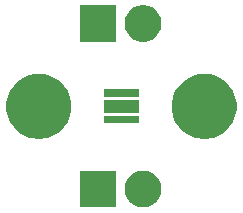
<source format=gts>
G04 #@! TF.GenerationSoftware,KiCad,Pcbnew,(5.1.5)-3*
G04 #@! TF.CreationDate,2020-04-01T14:27:29+01:00*
G04 #@! TF.ProjectId,led_board,6c65645f-626f-4617-9264-2e6b69636164,rev?*
G04 #@! TF.SameCoordinates,Original*
G04 #@! TF.FileFunction,Soldermask,Top*
G04 #@! TF.FilePolarity,Negative*
%FSLAX46Y46*%
G04 Gerber Fmt 4.6, Leading zero omitted, Abs format (unit mm)*
G04 Created by KiCad (PCBNEW (5.1.5)-3) date 2020-04-01 14:27:29*
%MOMM*%
%LPD*%
G04 APERTURE LIST*
%ADD10C,0.100000*%
G04 APERTURE END LIST*
D10*
G36*
X-449130Y-8550870D02*
G01*
X-3550870Y-8550870D01*
X-3550870Y-5449130D01*
X-449130Y-5449130D01*
X-449130Y-8550870D01*
G37*
G36*
X2262370Y-5508728D02*
G01*
X2544611Y-5625636D01*
X2798621Y-5795360D01*
X3014640Y-6011379D01*
X3184364Y-6265389D01*
X3301272Y-6547630D01*
X3360870Y-6847251D01*
X3360870Y-7152749D01*
X3301272Y-7452370D01*
X3184364Y-7734611D01*
X3014640Y-7988621D01*
X2798621Y-8204640D01*
X2544611Y-8374364D01*
X2262370Y-8491272D01*
X1962749Y-8550870D01*
X1657251Y-8550870D01*
X1357630Y-8491272D01*
X1075389Y-8374364D01*
X821379Y-8204640D01*
X605360Y-7988621D01*
X435636Y-7734611D01*
X318728Y-7452370D01*
X259130Y-7152749D01*
X259130Y-6847251D01*
X318728Y-6547630D01*
X435636Y-6265389D01*
X605360Y-6011379D01*
X821379Y-5795360D01*
X1075389Y-5625636D01*
X1357630Y-5508728D01*
X1657251Y-5449130D01*
X1962749Y-5449130D01*
X2262370Y-5508728D01*
G37*
G36*
X-6551888Y2715760D02*
G01*
X-6197563Y2645281D01*
X-5696913Y2437905D01*
X-5246340Y2136841D01*
X-4863159Y1753660D01*
X-4562095Y1303087D01*
X-4354719Y802437D01*
X-4249000Y270950D01*
X-4249000Y-270950D01*
X-4354719Y-802437D01*
X-4562095Y-1303087D01*
X-4863159Y-1753660D01*
X-5246340Y-2136841D01*
X-5696913Y-2437905D01*
X-6197563Y-2645281D01*
X-6551888Y-2715760D01*
X-6729049Y-2751000D01*
X-7270951Y-2751000D01*
X-7448112Y-2715760D01*
X-7802437Y-2645281D01*
X-8303087Y-2437905D01*
X-8753660Y-2136841D01*
X-9136841Y-1753660D01*
X-9437905Y-1303087D01*
X-9645281Y-802437D01*
X-9751000Y-270950D01*
X-9751000Y270950D01*
X-9645281Y802437D01*
X-9437905Y1303087D01*
X-9136841Y1753660D01*
X-8753660Y2136841D01*
X-8303087Y2437905D01*
X-7802437Y2645281D01*
X-7448112Y2715760D01*
X-7270951Y2751000D01*
X-6729049Y2751000D01*
X-6551888Y2715760D01*
G37*
G36*
X7448112Y2715760D02*
G01*
X7802437Y2645281D01*
X8303087Y2437905D01*
X8753660Y2136841D01*
X9136841Y1753660D01*
X9437905Y1303087D01*
X9645281Y802437D01*
X9751000Y270950D01*
X9751000Y-270950D01*
X9645281Y-802437D01*
X9437905Y-1303087D01*
X9136841Y-1753660D01*
X8753660Y-2136841D01*
X8303087Y-2437905D01*
X7802437Y-2645281D01*
X7448112Y-2715760D01*
X7270951Y-2751000D01*
X6729049Y-2751000D01*
X6551888Y-2715760D01*
X6197563Y-2645281D01*
X5696913Y-2437905D01*
X5246340Y-2136841D01*
X4863159Y-1753660D01*
X4562095Y-1303087D01*
X4354719Y-802437D01*
X4249000Y-270950D01*
X4249000Y270950D01*
X4354719Y802437D01*
X4562095Y1303087D01*
X4863159Y1753660D01*
X5246340Y2136841D01*
X5696913Y2437905D01*
X6197563Y2645281D01*
X6551888Y2715760D01*
X6729049Y2751000D01*
X7270951Y2751000D01*
X7448112Y2715760D01*
G37*
G36*
X1451000Y-1451000D02*
G01*
X-1451000Y-1451000D01*
X-1451000Y-799000D01*
X1451000Y-799000D01*
X1451000Y-1451000D01*
G37*
G36*
X1451000Y-551000D02*
G01*
X-1451000Y-551000D01*
X-1451000Y551000D01*
X1451000Y551000D01*
X1451000Y-551000D01*
G37*
G36*
X1451000Y799000D02*
G01*
X-1451000Y799000D01*
X-1451000Y1451000D01*
X1451000Y1451000D01*
X1451000Y799000D01*
G37*
G36*
X2262370Y8491272D02*
G01*
X2544611Y8374364D01*
X2798621Y8204640D01*
X3014640Y7988621D01*
X3184364Y7734611D01*
X3301272Y7452370D01*
X3360870Y7152749D01*
X3360870Y6847251D01*
X3301272Y6547630D01*
X3184364Y6265389D01*
X3014640Y6011379D01*
X2798621Y5795360D01*
X2544611Y5625636D01*
X2262370Y5508728D01*
X1962749Y5449130D01*
X1657251Y5449130D01*
X1357630Y5508728D01*
X1075389Y5625636D01*
X821379Y5795360D01*
X605360Y6011379D01*
X435636Y6265389D01*
X318728Y6547630D01*
X259130Y6847251D01*
X259130Y7152749D01*
X318728Y7452370D01*
X435636Y7734611D01*
X605360Y7988621D01*
X821379Y8204640D01*
X1075389Y8374364D01*
X1357630Y8491272D01*
X1657251Y8550870D01*
X1962749Y8550870D01*
X2262370Y8491272D01*
G37*
G36*
X-449130Y5449130D02*
G01*
X-3550870Y5449130D01*
X-3550870Y8550870D01*
X-449130Y8550870D01*
X-449130Y5449130D01*
G37*
M02*

</source>
